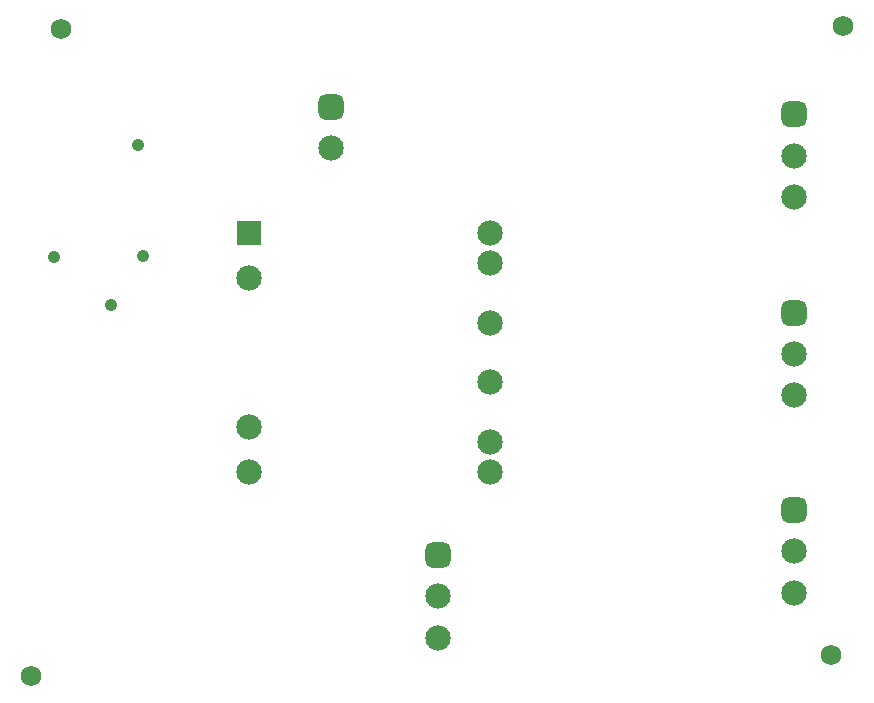
<source format=gbs>
G04*
G04 #@! TF.GenerationSoftware,Altium Limited,Altium Designer,23.1.1 (15)*
G04*
G04 Layer_Color=16711935*
%FSLAX42Y42*%
%MOMM*%
G71*
G04*
G04 #@! TF.SameCoordinates,F7E502E2-2775-4CE4-A648-0EBC044B2D6D*
G04*
G04*
G04 #@! TF.FilePolarity,Negative*
G04*
G01*
G75*
%ADD52C,1.73*%
%ADD53C,2.15*%
G04:AMPARAMS|DCode=54|XSize=2.15mm|YSize=2.15mm|CornerRadius=0.59mm|HoleSize=0mm|Usage=FLASHONLY|Rotation=270.000|XOffset=0mm|YOffset=0mm|HoleType=Round|Shape=RoundedRectangle|*
%AMROUNDEDRECTD54*
21,1,2.15,0.98,0,0,270.0*
21,1,0.98,2.15,0,0,270.0*
1,1,1.18,-0.49,-0.49*
1,1,1.18,-0.49,0.49*
1,1,1.18,0.49,0.49*
1,1,1.18,0.49,-0.49*
%
%ADD54ROUNDEDRECTD54*%
%ADD55C,2.15*%
%ADD56R,2.15X2.15*%
%ADD57C,1.07*%
D52*
X200Y200D02*
D03*
X450Y5675D02*
D03*
X6975Y375D02*
D03*
X7075Y5700D02*
D03*
D53*
X3645Y525D02*
D03*
Y875D02*
D03*
X6660Y4256D02*
D03*
Y4606D02*
D03*
Y906D02*
D03*
Y1256D02*
D03*
Y2926D02*
D03*
Y2576D02*
D03*
X2737Y4668D02*
D03*
D54*
X3645Y1225D02*
D03*
X6660Y4956D02*
D03*
Y1606D02*
D03*
Y3276D02*
D03*
X2737Y5018D02*
D03*
D55*
X4082Y1925D02*
D03*
Y2179D02*
D03*
Y2687D02*
D03*
Y3188D02*
D03*
Y3696D02*
D03*
Y3950D02*
D03*
X2047Y1925D02*
D03*
Y2306D02*
D03*
Y3569D02*
D03*
D56*
Y3950D02*
D03*
D57*
X1144Y3754D02*
D03*
X1108Y4699D02*
D03*
X874Y3343D02*
D03*
X397Y3750D02*
D03*
M02*

</source>
